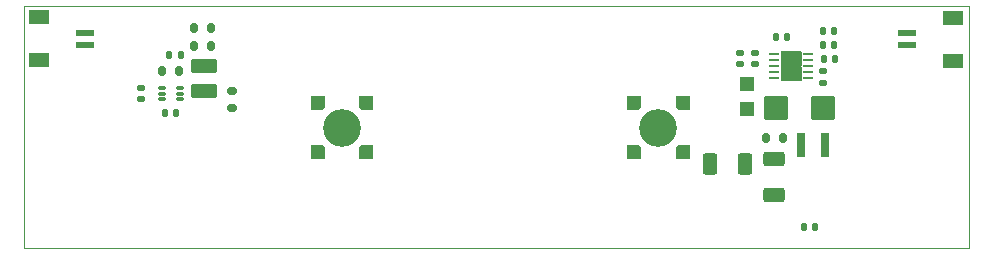
<source format=gbr>
%TF.GenerationSoftware,KiCad,Pcbnew,6.0.11+dfsg-1~bpo11+1*%
%TF.CreationDate,2023-04-14T13:04:02+02:00*%
%TF.ProjectId,IR-diode-general,49522d64-696f-4646-952d-67656e657261,rev?*%
%TF.SameCoordinates,Original*%
%TF.FileFunction,Paste,Bot*%
%TF.FilePolarity,Positive*%
%FSLAX46Y46*%
G04 Gerber Fmt 4.6, Leading zero omitted, Abs format (unit mm)*
G04 Created by KiCad (PCBNEW 6.0.11+dfsg-1~bpo11+1) date 2023-04-14 13:04:02 commit 5e22265*
%MOMM*%
%LPD*%
G01*
G04 APERTURE LIST*
G04 Aperture macros list*
%AMRoundRect*
0 Rectangle with rounded corners*
0 $1 Rounding radius*
0 $2 $3 $4 $5 $6 $7 $8 $9 X,Y pos of 4 corners*
0 Add a 4 corners polygon primitive as box body*
4,1,4,$2,$3,$4,$5,$6,$7,$8,$9,$2,$3,0*
0 Add four circle primitives for the rounded corners*
1,1,$1+$1,$2,$3*
1,1,$1+$1,$4,$5*
1,1,$1+$1,$6,$7*
1,1,$1+$1,$8,$9*
0 Add four rect primitives between the rounded corners*
20,1,$1+$1,$2,$3,$4,$5,0*
20,1,$1+$1,$4,$5,$6,$7,0*
20,1,$1+$1,$6,$7,$8,$9,0*
20,1,$1+$1,$8,$9,$2,$3,0*%
%AMFreePoly0*
4,1,6,0.615000,-0.615000,-0.391294,-0.615000,-0.615000,-0.391294,-0.615000,0.615000,0.615000,0.615000,0.615000,-0.615000,0.615000,-0.615000,$1*%
G04 Aperture macros list end*
%TA.AperFunction,Profile*%
%ADD10C,0.100000*%
%TD*%
%ADD11C,0.100000*%
%ADD12RoundRect,0.147500X-0.147500X-0.172500X0.147500X-0.172500X0.147500X0.172500X-0.147500X0.172500X0*%
%ADD13RoundRect,0.075000X-0.225000X0.075000X-0.225000X-0.075000X0.225000X-0.075000X0.225000X0.075000X0*%
%ADD14RoundRect,0.250000X0.850000X-0.375000X0.850000X0.375000X-0.850000X0.375000X-0.850000X-0.375000X0*%
%ADD15RoundRect,0.147500X-0.172500X0.147500X-0.172500X-0.147500X0.172500X-0.147500X0.172500X0.147500X0*%
%ADD16RoundRect,0.147500X0.147500X0.172500X-0.147500X0.172500X-0.147500X-0.172500X0.147500X-0.172500X0*%
%ADD17FreePoly0,0.000000*%
%ADD18FreePoly0,90.000000*%
%ADD19FreePoly0,180.000000*%
%ADD20FreePoly0,270.000000*%
%ADD21C,3.200000*%
%ADD22RoundRect,0.120000X0.280000X-0.180000X0.280000X0.180000X-0.280000X0.180000X-0.280000X-0.180000X0*%
%ADD23RoundRect,0.147500X0.172500X-0.147500X0.172500X0.147500X-0.172500X0.147500X-0.172500X-0.147500X0*%
%ADD24R,1.200000X1.200000*%
%ADD25R,0.807999X0.254800*%
%ADD26R,1.752600X2.540000*%
%ADD27RoundRect,0.120000X-0.180000X-0.280000X0.180000X-0.280000X0.180000X0.280000X-0.180000X0.280000X0*%
%ADD28RoundRect,0.120000X0.180000X0.280000X-0.180000X0.280000X-0.180000X-0.280000X0.180000X-0.280000X0*%
%ADD29RoundRect,0.180000X-0.720000X0.420000X-0.720000X-0.420000X0.720000X-0.420000X0.720000X0.420000X0*%
%ADD30R,1.550000X0.600000*%
%ADD31R,1.800000X1.200000*%
%ADD32RoundRect,0.200000X0.800000X0.850000X-0.800000X0.850000X-0.800000X-0.850000X0.800000X-0.850000X0*%
%ADD33RoundRect,0.180000X0.420000X0.720000X-0.420000X0.720000X-0.420000X-0.720000X0.420000X-0.720000X0*%
%ADD34R,0.800000X2.000000*%
G04 APERTURE END LIST*
D10*
X85000000Y-40500000D02*
X165000000Y-40500000D01*
X165000000Y-40500000D02*
X165000000Y-61000000D01*
X165000000Y-61000000D02*
X85000000Y-61000000D01*
X85000000Y-61000000D02*
X85000000Y-40500000D01*
%TO.C,U1*%
G36*
X150726300Y-45450000D02*
G01*
X149173700Y-45450000D01*
X149173700Y-44380000D01*
X150726300Y-44380000D01*
X150726300Y-45450000D01*
G37*
D11*
X150726300Y-45450000D02*
X149173700Y-45450000D01*
X149173700Y-44380000D01*
X150726300Y-44380000D01*
X150726300Y-45450000D01*
G36*
X150726300Y-46720000D02*
G01*
X149173700Y-46720000D01*
X149173700Y-45650000D01*
X150726300Y-45650000D01*
X150726300Y-46720000D01*
G37*
X150726300Y-46720000D02*
X149173700Y-46720000D01*
X149173700Y-45650000D01*
X150726300Y-45650000D01*
X150726300Y-46720000D01*
%TD*%
D12*
%TO.C,R8*%
X97265000Y-44600000D03*
X98235000Y-44600000D03*
%TD*%
D13*
%TO.C,U2*%
X98198000Y-47400000D03*
X98198000Y-47900000D03*
X98198000Y-48398000D03*
X96700000Y-48398000D03*
X96700000Y-47900000D03*
X96700000Y-47400000D03*
%TD*%
D14*
%TO.C,L2*%
X100200000Y-47675000D03*
X100200000Y-45525000D03*
%TD*%
D15*
%TO.C,R3*%
X146850000Y-44464000D03*
X146850000Y-45434000D03*
%TD*%
D16*
%TO.C,C4*%
X149584000Y-43150000D03*
X148616000Y-43150000D03*
%TD*%
D17*
%TO.C,D2*%
X113976500Y-48717200D03*
D18*
X109861700Y-48717200D03*
D19*
X109861700Y-52882800D03*
D20*
X113976500Y-52882800D03*
D21*
X111893700Y-50850800D03*
%TD*%
D22*
%TO.C,R5*%
X102550000Y-49100000D03*
X102550000Y-47700000D03*
%TD*%
D16*
%TO.C,C5*%
X153584000Y-43800000D03*
X152616000Y-43800000D03*
%TD*%
D23*
%TO.C,R9*%
X94900000Y-48385000D03*
X94900000Y-47415000D03*
%TD*%
D24*
%TO.C,C1*%
X146200000Y-47100000D03*
X146200000Y-49200000D03*
%TD*%
D16*
%TO.C,R2*%
X153585000Y-42600000D03*
X152615000Y-42600000D03*
%TD*%
D25*
%TO.C,U1*%
X148504600Y-46550001D03*
X148504600Y-46049999D03*
X148504600Y-45550000D03*
X148504600Y-45050001D03*
X148504600Y-44549999D03*
X151395400Y-44549999D03*
X151395400Y-45050001D03*
X151395400Y-45550000D03*
X151395400Y-46049999D03*
X151395400Y-46550001D03*
D26*
X149950000Y-45550000D03*
%TD*%
D27*
%TO.C,C2*%
X147800000Y-51650000D03*
X149200000Y-51650000D03*
%TD*%
D16*
%TO.C,C8*%
X153684000Y-44950000D03*
X152716000Y-44950000D03*
%TD*%
D17*
%TO.C,D3*%
X140776500Y-48717200D03*
D18*
X136661700Y-48717200D03*
D19*
X136661700Y-52882800D03*
D20*
X140776500Y-52882800D03*
D21*
X138693700Y-50850800D03*
%TD*%
D28*
%TO.C,C11*%
X100800000Y-42350000D03*
X99400000Y-42350000D03*
%TD*%
D29*
%TO.C,R7*%
X148500000Y-53450000D03*
X148500000Y-56449000D03*
%TD*%
D30*
%TO.C,U3*%
X159775000Y-42800000D03*
X159775000Y-43800000D03*
D31*
X163650000Y-41500000D03*
X163650000Y-45100000D03*
%TD*%
D12*
%TO.C,C9*%
X151016000Y-59200000D03*
X151984000Y-59200000D03*
%TD*%
D32*
%TO.C,D1*%
X148651000Y-49100000D03*
X152650000Y-49100000D03*
%TD*%
D12*
%TO.C,C7*%
X96916000Y-49550000D03*
X97884000Y-49550000D03*
%TD*%
D30*
%TO.C,U4*%
X90125000Y-43750000D03*
X90125000Y-42750000D03*
D31*
X86250000Y-45050000D03*
X86250000Y-41450000D03*
%TD*%
D33*
%TO.C,R1*%
X146050000Y-53900000D03*
X143051000Y-53900000D03*
%TD*%
D23*
%TO.C,C3*%
X152650000Y-46984000D03*
X152650000Y-46016000D03*
%TD*%
%TO.C,R4*%
X145600000Y-45434000D03*
X145600000Y-44464000D03*
%TD*%
D27*
%TO.C,C6*%
X96700000Y-45950000D03*
X98100000Y-45950000D03*
%TD*%
D28*
%TO.C,C10*%
X100800000Y-43850000D03*
X99400000Y-43850000D03*
%TD*%
D34*
%TO.C,L1*%
X152800000Y-52250000D03*
X150800000Y-52250000D03*
%TD*%
M02*

</source>
